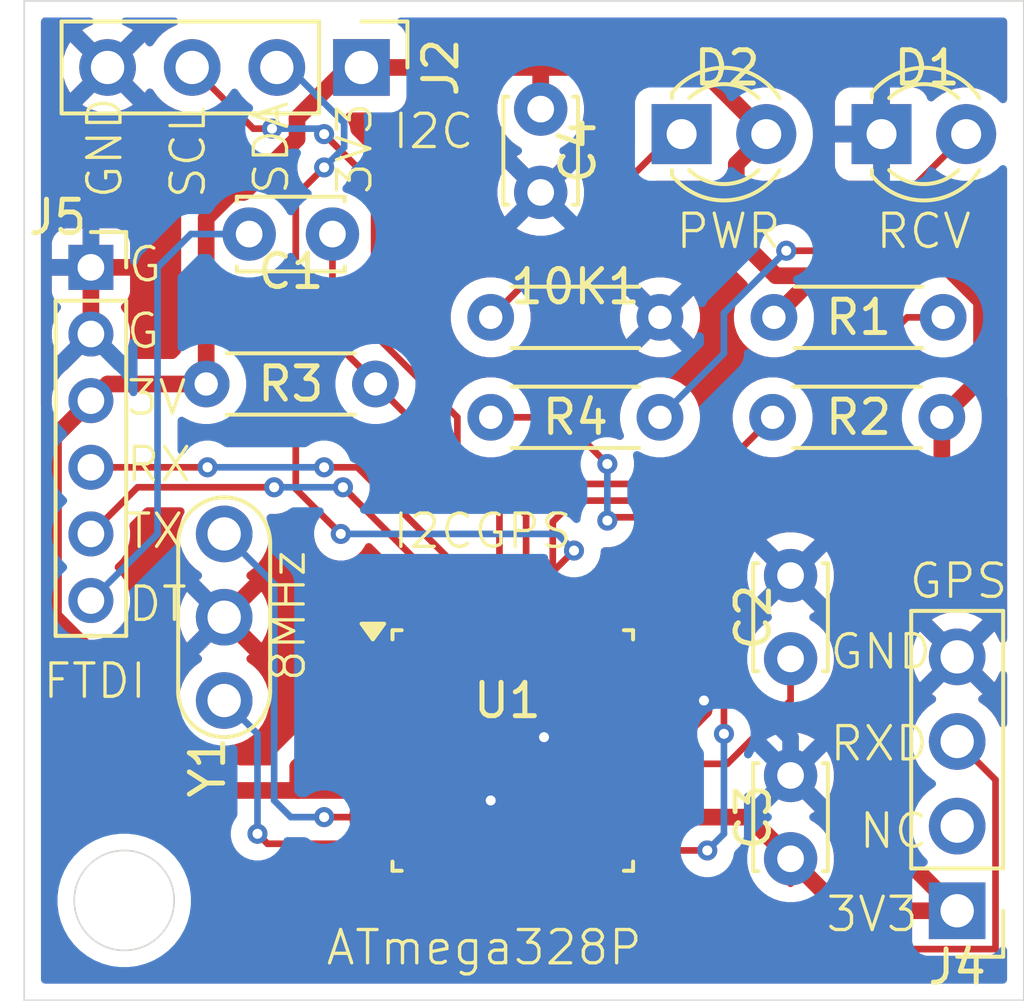
<source format=kicad_pcb>
(kicad_pcb (version 20241229) (generator "pcbnew") (generator_version "9.0")
  (layers (0 "F.Cu" signal) (2 "B.Cu" signal) (13 "F.Paste" user) (15 "B.Paste" user) (5 "F.SilkS" user "F.Silkscreen") (7 "B.SilkS" user "B.Silkscreen") (1 "F.Mask" user) (3 "B.Mask" user) (25 "Edge.Cuts" user))
  (net 0 "")
  (net 1 "Net-(D2-K)")
  (net 2 "GND")
  (net 3 "DTR")
  (net 4 "Net-(U1-~{RESET}{slash}PC6)")
  (net 5 "Net-(U1-AREF)")
  (net 6 "+3V3")
  (net 7 "Net-(D1-A)")
  (net 8 "SCL")
  (net 9 "SDA")
  (net 10 "D10")
  (net 12 "TXO")
  (net 13 "RXI")
  (net 14 "SCK")
  (net 15 "Net-(U1-XTAL1{slash}PB6)")
  (net 31 "Net-(U1-XTAL2{slash}PB7)")
  (footprint "LED_THT:LED_D3.0mm" (layer "F.Cu") (at 115.73 44)
    (property "Reference" "D1" (at 1.36566 -1.987698 0) (layer "F.SilkS"))
    (property "Value" "LED")
    (fp_line (start -0.29 -1.236) (end -0.29 -1.08) (stroke (width 0.12)) (layer "F.SilkS"))
    (fp_line (start -0.29 1.08) (end -0.29 1.236) (stroke (width 0.12)) (layer "F.SilkS"))
    (fp_arc (start -0.29 -1.235516) (mid 1.36566 -1.987699) (end 2.941437 -1.08) (stroke (width 0.12)) (layer "F.SilkS"))
    (fp_arc (start 0.229039 -1.08) (mid 1.27 -1.5) (end 2.310961 -1.08) (stroke (width 0.12)) (layer "F.SilkS"))
    (fp_arc (start 2.310961 1.08) (mid 1.27 1.5) (end 0.229039 1.08) (stroke (width 0.12)) (layer "F.SilkS"))
    (fp_arc (start 2.941437 1.08) (mid 1.36566 1.987699) (end -0.29 1.235516) (stroke (width 0.12)) (layer "F.SilkS"))
    (pad "1" thru_hole rect (at 0 0) (size 1.8 1.8) (drill 0.9) (layers "*.Cu" "*.Mask") (net 2 "GND"))
    (pad "2" thru_hole circle (at 2.54 0) (size 1.8 1.8) (drill 0.9) (layers "*.Cu" "*.Mask") (net 7 "Net-(D1-A)"))
  )
  (footprint "Capacitor_THT:C_Disc_D3.0mm_W2.0mm_P2.50mm" (layer "F.Cu") (at 96.75 47)
    (property "Reference" "C1" (at 1.25 1.12 0) (layer "F.SilkS"))
    (property "Value" "0.1u")
    (fp_line (start -0.37 -1.12) (end 2.87 -1.12) (stroke (width 0.12)) (layer "F.SilkS"))
    (fp_line (start -0.37 -0.972) (end -0.37 -1.12) (stroke (width 0.12)) (layer "F.SilkS"))
    (fp_line (start -0.37 1.12) (end -0.37 0.972) (stroke (width 0.12)) (layer "F.SilkS"))
    (fp_line (start 2.87 -1.12) (end 2.87 -0.972) (stroke (width 0.12)) (layer "F.SilkS"))
    (fp_line (start 2.87 0.972) (end 2.87 1.12) (stroke (width 0.12)) (layer "F.SilkS"))
    (fp_line (start 2.87 1.12) (end -0.37 1.12) (stroke (width 0.12)) (layer "F.SilkS"))
    (pad "1" thru_hole circle (at 0 0) (size 1.6 1.6) (drill 0.8) (layers "*.Cu" "*.Mask") (net 3 "DTR"))
    (pad "2" thru_hole circle (at 2.5 0) (size 1.6 1.6) (drill 0.8) (layers "*.Cu" "*.Mask") (net 4 "Net-(U1-~{RESET}{slash}PC6)"))
  )
  (footprint "Capacitor_THT:C_Disc_D3.0mm_W2.0mm_P2.50mm" (layer "F.Cu") (at 113 65.75 90)
    (property "Reference" "C3" (at 1.25 -1.12 90) (layer "F.SilkS"))
    (property "Value" "0.1u")
    (fp_line (start 2.87 -1.12) (end 2.87 -0.972) (stroke (width 0.12)) (layer "F.SilkS"))
    (fp_line (start -0.37 -1.12) (end 2.87 -1.12) (stroke (width 0.12)) (layer "F.SilkS"))
    (fp_line (start -0.37 -0.972) (end -0.37 -1.12) (stroke (width 0.12)) (layer "F.SilkS"))
    (fp_line (start 2.87 0.972) (end 2.87 1.12) (stroke (width 0.12)) (layer "F.SilkS"))
    (fp_line (start 2.87 1.12) (end -0.37 1.12) (stroke (width 0.12)) (layer "F.SilkS"))
    (fp_line (start -0.37 1.12) (end -0.37 0.972) (stroke (width 0.12)) (layer "F.SilkS"))
    (pad "1" thru_hole circle (at 0 0 90) (size 1.6 1.6) (drill 0.8) (layers "*.Cu" "*.Mask") (net 6 "+3V3"))
    (pad "2" thru_hole circle (at 2.5 0 90) (size 1.6 1.6) (drill 0.8) (layers "*.Cu" "*.Mask") (net 2 "GND"))
  )
  (footprint "Capacitor_THT:C_Disc_D3.0mm_W2.0mm_P2.50mm" (layer "F.Cu") (at 105.5 43.25 -90)
    (property "Reference" "C4" (at 1.25 -1.12 90) (layer "F.SilkS"))
    (property "Value" "10u")
    (fp_line (start -0.37 1.12) (end -0.37 0.972) (stroke (width 0.12)) (layer "F.SilkS"))
    (fp_line (start 2.87 1.12) (end -0.37 1.12) (stroke (width 0.12)) (layer "F.SilkS"))
    (fp_line (start 2.87 0.972) (end 2.87 1.12) (stroke (width 0.12)) (layer "F.SilkS"))
    (fp_line (start -0.37 -0.972) (end -0.37 -1.12) (stroke (width 0.12)) (layer "F.SilkS"))
    (fp_line (start -0.37 -1.12) (end 2.87 -1.12) (stroke (width 0.12)) (layer "F.SilkS"))
    (fp_line (start 2.87 -1.12) (end 2.87 -0.972) (stroke (width 0.12)) (layer "F.SilkS"))
    (pad "1" thru_hole circle (at 0 0 270) (size 1.6 1.6) (drill 0.8) (layers "*.Cu" "*.Mask") (net 6 "+3V3"))
    (pad "2" thru_hole circle (at 2.5 0 270) (size 1.6 1.6) (drill 0.8) (layers "*.Cu" "*.Mask") (net 2 "GND"))
  )
  (footprint "LED_THT:LED_D3.0mm" (layer "F.Cu") (at 109.73 44)
    (property "Reference" "D2" (at 1.365648 -1.987699 0) (layer "F.SilkS"))
    (property "Value" "LED")
    (fp_line (start -0.29 -1.236) (end -0.29 -1.08) (stroke (width 0.12)) (layer "F.SilkS"))
    (fp_line (start -0.29 1.08) (end -0.29 1.236) (stroke (width 0.12)) (layer "F.SilkS"))
    (fp_arc (start -0.29 -1.235516) (mid 1.36566 -1.987699) (end 2.941437 -1.08) (stroke (width 0.12)) (layer "F.SilkS"))
    (fp_arc (start 0.229039 -1.08) (mid 1.27 -1.5) (end 2.310961 -1.08) (stroke (width 0.12)) (layer "F.SilkS"))
    (fp_arc (start 2.310961 1.08) (mid 1.27 1.5) (end 0.229039 1.08) (stroke (width 0.12)) (layer "F.SilkS"))
    (fp_arc (start 2.941437 1.08) (mid 1.36566 1.987699) (end -0.29 1.235516) (stroke (width 0.12)) (layer "F.SilkS"))
    (pad "1" thru_hole rect (at 0 0) (size 1.8 1.8) (drill 0.9) (layers "*.Cu" "*.Mask") (net 1 "Net-(D2-K)"))
    (pad "2" thru_hole circle (at 2.54 0) (size 1.8 1.8) (drill 0.9) (layers "*.Cu" "*.Mask") (net 6 "+3V3"))
  )
  (footprint "Connector_PinSocket_2.00mm:PinSocket_1x06_P2.00mm_Vertical" (layer "F.Cu") (at 92 48)
    (property "Reference" "J5" (at -1 -1.5 0) (layer "F.SilkS"))
    (property "Value" "FTDI")
    (fp_line (start -1.06 1) (end -1.06 11.06) (stroke (width 0.12)) (layer "F.SilkS"))
    (fp_line (start -1.06 1) (end 1.06 1) (stroke (width 0.12)) (layer "F.SilkS"))
    (fp_line (start -1.06 11.06) (end 1.06 11.06) (stroke (width 0.12)) (layer "F.SilkS"))
    (fp_line (start 0 -1.06) (end 1.06 -1.06) (stroke (width 0.12)) (layer "F.SilkS"))
    (fp_line (start 1.06 -1.06) (end 1.06 0) (stroke (width 0.12)) (layer "F.SilkS"))
    (fp_line (start 1.06 1) (end 1.06 11.06) (stroke (width 0.12)) (layer "F.SilkS"))
    (pad "1" thru_hole rect (at 0 0) (size 1.35 1.35) (drill 0.8) (layers "*.Cu" "*.Mask") (net 2 "GND"))
    (pad "2" thru_hole circle (at 0 2) (size 1.35 1.35) (drill 0.8) (layers "*.Cu" "*.Mask") (net 2 "GND"))
    (pad "3" thru_hole circle (at 0 4) (size 1.35 1.35) (drill 0.8) (layers "*.Cu" "*.Mask") (net 6 "+3V3"))
    (pad "4" thru_hole circle (at 0 6) (size 1.35 1.35) (drill 0.8) (layers "*.Cu" "*.Mask") (net 13 "RXI"))
    (pad "5" thru_hole circle (at 0 8) (size 1.35 1.35) (drill 0.8) (layers "*.Cu" "*.Mask") (net 12 "TXO"))
    (pad "6" thru_hole circle (at 0 10) (size 1.35 1.35) (drill 0.8) (layers "*.Cu" "*.Mask") (net 3 "DTR"))
  )
  (footprint "Connector_PinHeader_2.54mm:PinHeader_1x04_P2.54mm_Vertical" (layer "F.Cu") (at 100.12 42 -90)
    (property "Reference" "J2" (at 0 -2.38 90) (layer "F.SilkS"))
    (property "Value" "I2C")
    (fp_line (start -1.38 9) (end 1.38 9) (stroke (width 0.12)) (layer "F.SilkS"))
    (fp_line (start -1.38 1.27) (end -1.38 9) (stroke (width 0.12)) (layer "F.SilkS"))
    (fp_line (start -1.38 1.27) (end 1.38 1.27) (stroke (width 0.12)) (layer "F.SilkS"))
    (fp_line (start 1.38 1.27) (end 1.38 9) (stroke (width 0.12)) (layer "F.SilkS"))
    (fp_line (start -1.38 0) (end -1.38 -1.38) (stroke (width 0.12)) (layer "F.SilkS"))
    (fp_line (start -1.38 -1.38) (end 0 -1.38) (stroke (width 0.12)) (layer "F.SilkS"))
    (pad "1" thru_hole rect (at 0 0 270) (size 1.7 1.7) (drill 1) (layers "*.Cu" "*.Mask") (net 6 "+3V3"))
    (pad "2" thru_hole circle (at 0 2.54 270) (size 1.7 1.7) (drill 1) (layers "*.Cu" "*.Mask") (net 9 "SDA"))
    (pad "3" thru_hole circle (at 0 5.08 270) (size 1.7 1.7) (drill 1) (layers "*.Cu" "*.Mask") (net 8 "SCL"))
    (pad "4" thru_hole circle (at 0 7.62 270) (size 1.7 1.7) (drill 1) (layers "*.Cu" "*.Mask") (net 2 "GND"))
  )
  (footprint "Connector_PinHeader_2.54mm:PinHeader_1x04_P2.54mm_Vertical" (layer "F.Cu") (at 118 67.31 180)
    (property "Reference" "J4" (at 0 -1.69 0) (layer "F.SilkS"))
    (property "Value" "GPS")
    (fp_line (start 1.38 1.27) (end 1.38 9) (stroke (width 0.12)) (layer "F.SilkS"))
    (fp_line (start -1.38 9) (end 1.38 9) (stroke (width 0.12)) (layer "F.SilkS"))
    (fp_line (start -1.38 1.27) (end 1.38 1.27) (stroke (width 0.12)) (layer "F.SilkS"))
    (fp_line (start -1.38 1.27) (end -1.38 9) (stroke (width 0.12)) (layer "F.SilkS"))
    (fp_line (start -1.38 0) (end -1.38 -1.38) (stroke (width 0.12)) (layer "F.SilkS"))
    (fp_line (start -1.38 -1.38) (end 0 -1.38) (stroke (width 0.12)) (layer "F.SilkS"))
    (pad "1" thru_hole rect (at 0 0 180) (size 1.7 1.7) (drill 1) (layers "*.Cu" "*.Mask") (net 6 "+3V3"))
    (pad "2" thru_hole circle (at 0 2.54 180) (size 1.7 1.7) (drill 1) (layers "*.Cu" "*.Mask"))
    (pad "3" thru_hole circle (at 0 5.08 180) (size 1.7 1.7) (drill 1) (layers "*.Cu" "*.Mask") (net 10 "D10"))
    (pad "4" thru_hole circle (at 0 7.62 180) (size 1.7 1.7) (drill 1) (layers "*.Cu" "*.Mask") (net 2 "GND"))
  )
  (footprint "Capacitor_THT:C_Disc_D3.0mm_W2.0mm_P2.50mm" (layer "F.Cu") (at 113 59.75 90)
    (property "Reference" "C2" (at 1.25 -1.12 90) (layer "F.SilkS"))
    (property "Value" "0.1u")
    (fp_line (start 2.87 -1.12) (end 2.87 -0.972) (stroke (width 0.12)) (layer "F.SilkS"))
    (fp_line (start -0.37 -1.12) (end 2.87 -1.12) (stroke (width 0.12)) (layer "F.SilkS"))
    (fp_line (start -0.37 -0.972) (end -0.37 -1.12) (stroke (width 0.12)) (layer "F.SilkS"))
    (fp_line (start 2.87 0.972) (end 2.87 1.12) (stroke (width 0.12)) (layer "F.SilkS"))
    (fp_line (start 2.87 1.12) (end -0.37 1.12) (stroke (width 0.12)) (layer "F.SilkS"))
    (fp_line (start -0.37 1.12) (end -0.37 0.972) (stroke (width 0.12)) (layer "F.SilkS"))
    (pad "1" thru_hole circle (at 0 0 90) (size 1.6 1.6) (drill 0.8) (layers "*.Cu" "*.Mask") (net 5 "Net-(U1-AREF)"))
    (pad "2" thru_hole circle (at 2.5 0 90) (size 1.6 1.6) (drill 0.8) (layers "*.Cu" "*.Mask") (net 2 "GND"))
  )
  (footprint "Package_QFP:TQFP-32_7x7mm_P0.8mm" (layer "F.Cu") (at 104.6625 62.5)
    (property "Reference" "U1" (at -0.1625 -1.5 0) (layer "F.SilkS"))
    (property "Value" "ATmega328P-A")
    (fp_line (start -3.61 -3.61) (end -3.61 -3.335) (stroke (width 0.12)) (layer "F.SilkS"))
    (fp_line (start -3.61 3.61) (end -3.61 3.335) (stroke (width 0.12)) (layer "F.SilkS"))
    (fp_line (start -3.335 -3.61) (end -3.61 -3.61) (stroke (width 0.12)) (layer "F.SilkS"))
    (fp_line (start -3.335 3.61) (end -3.61 3.61) (stroke (width 0.12)) (layer "F.SilkS"))
    (fp_line (start 3.335 -3.61) (end 3.61 -3.61) (stroke (width 0.12)) (layer "F.SilkS"))
    (fp_line (start 3.335 3.61) (end 3.61 3.61) (stroke (width 0.12)) (layer "F.SilkS"))
    (fp_line (start 3.61 -3.61) (end 3.61 -3.335) (stroke (width 0.12)) (layer "F.SilkS"))
    (fp_line (start 3.61 3.61) (end 3.61 3.335) (stroke (width 0.12)) (layer "F.SilkS"))
    (fp_poly (pts (xy -4.2 -3.335) (xy -4.54 -3.805) (xy -3.86 -3.805)) (stroke (width 0.12)) (fill yes) (layer "F.SilkS"))
    (pad "1" smd roundrect (at -4.1625 -2.8) (size 1.475 0.55) (layers "F.Cu" "F.Mask" "F.Paste"))
    (pad "2" smd roundrect (at -4.1625 -2) (size 1.475 0.55) (layers "F.Cu" "F.Mask" "F.Paste"))
    (pad "3" smd roundrect (at -4.1625 -1.2) (size 1.475 0.55) (layers "F.Cu" "F.Mask" "F.Paste") (net 2 "GND"))
    (pad "4" smd roundrect (at -4.1625 -0.4) (size 1.475 0.55) (layers "F.Cu" "F.Mask" "F.Paste") (net 6 "+3V3"))
    (pad "5" smd roundrect (at -4.1625 0.4) (size 1.475 0.55) (layers "F.Cu" "F.Mask" "F.Paste") (net 2 "GND"))
    (pad "6" smd roundrect (at -4.1625 1.2) (size 1.475 0.55) (layers "F.Cu" "F.Mask" "F.Paste") (net 6 "+3V3"))
    (pad "7" smd roundrect (at -4.1625 2) (size 1.475 0.55) (layers "F.Cu" "F.Mask" "F.Paste") (net 15 "Net-(U1-XTAL1{slash}PB6)"))
    (pad "8" smd roundrect (at -4.1625 2.8) (size 1.475 0.55) (layers "F.Cu" "F.Mask" "F.Paste") (net 31 "Net-(U1-XTAL2{slash}PB7)"))
    (pad "9" smd roundrect (at -2.8 4.1625) (size 0.55 1.475) (layers "F.Cu" "F.Mask" "F.Paste"))
    (pad "10" smd roundrect (at -2 4.1625) (size 0.55 1.475) (layers "F.Cu" "F.Mask" "F.Paste"))
    (pad "11" smd roundrect (at -1.2 4.1625) (size 0.55 1.475) (layers "F.Cu" "F.Mask" "F.Paste"))
    (pad "12" smd roundrect (at -0.4 4.1625) (size 0.55 1.475) (layers "F.Cu" "F.Mask" "F.Paste"))
    (pad "13" smd roundrect (at 0.4 4.1625) (size 0.55 1.475) (layers "F.Cu" "F.Mask" "F.Paste"))
    (pad "14" smd roundrect (at 1.2 4.1625) (size 0.55 1.475) (layers "F.Cu" "F.Mask" "F.Paste") (net 10 "D10"))
    (pad "15" smd roundrect (at 2 4.1625) (size 0.55 1.475) (layers "F.Cu" "F.Mask" "F.Paste"))
    (pad "16" smd roundrect (at 2.8 4.1625) (size 0.55 1.475) (layers "F.Cu" "F.Mask" "F.Paste"))
    (pad "17" smd roundrect (at 4.1625 2.8) (size 1.475 0.55) (layers "F.Cu" "F.Mask" "F.Paste") (net 14 "SCK"))
    (pad "18" smd roundrect (at 4.1625 2) (size 1.475 0.55) (layers "F.Cu" "F.Mask" "F.Paste") (net 6 "+3V3"))
    (pad "19" smd roundrect (at 4.1625 1.2) (size 1.475 0.55) (layers "F.Cu" "F.Mask" "F.Paste"))
    (pad "20" smd roundrect (at 4.1625 0.4) (size 1.475 0.55) (layers "F.Cu" "F.Mask" "F.Paste") (net 5 "Net-(U1-AREF)"))
    (pad "21" smd roundrect (at 4.1625 -0.4) (size 1.475 0.55) (layers "F.Cu" "F.Mask" "F.Paste") (net 2 "GND"))
    (pad "22" smd roundrect (at 4.1625 -1.2) (size 1.475 0.55) (layers "F.Cu" "F.Mask" "F.Paste"))
    (pad "23" smd roundrect (at 4.1625 -2) (size 1.475 0.55) (layers "F.Cu" "F.Mask" "F.Paste"))
    (pad "24" smd roundrect (at 4.1625 -2.8) (size 1.475 0.55) (layers "F.Cu" "F.Mask" "F.Paste"))
    (pad "25" smd roundrect (at 2.8 -4.1625) (size 0.55 1.475) (layers "F.Cu" "F.Mask" "F.Paste"))
    (pad "26" smd roundrect (at 2 -4.1625) (size 0.55 1.475) (layers "F.Cu" "F.Mask" "F.Paste"))
    (pad "27" smd roundrect (at 1.2 -4.1625) (size 0.55 1.475) (layers "F.Cu" "F.Mask" "F.Paste") (net 9 "SDA"))
    (pad "28" smd roundrect (at 0.4 -4.1625) (size 0.55 1.475) (layers "F.Cu" "F.Mask" "F.Paste") (net 8 "SCL"))
    (pad "29" smd roundrect (at -0.4 -4.1625) (size 0.55 1.475) (layers "F.Cu" "F.Mask" "F.Paste") (net 4 "Net-(U1-~{RESET}{slash}PC6)"))
    (pad "30" smd roundrect (at -1.2 -4.1625) (size 0.55 1.475) (layers "F.Cu" "F.Mask" "F.Paste") (net 13 "RXI"))
    (pad "31" smd roundrect (at -2 -4.1625) (size 0.55 1.475) (layers "F.Cu" "F.Mask" "F.Paste") (net 12 "TXO"))
    (pad "32" smd roundrect (at -2.8 -4.1625) (size 0.55 1.475) (layers "F.Cu" "F.Mask" "F.Paste"))
  )
  (footprint "Resistor_THT:R_Axial_DIN0204_L3.6mm_D1.6mm_P5.08mm_Horizontal" (layer "F.Cu") (at 112.5 49.5)
    (property "Reference" "R1" (at 2.54 0 0) (layer "F.SilkS"))
    (property "Value" "10K")
    (fp_line (start 0.62 -0.92) (end 4.46 -0.92) (stroke (width 0.12)) (layer "F.SilkS"))
    (fp_line (start 0.62 0.92) (end 4.46 0.92) (stroke (width 0.12)) (layer "F.SilkS"))
    (pad "1" thru_hole circle (at 0 0) (size 1.4 1.4) (drill 0.7) (layers "*.Cu" "*.Mask") (net 6 "+3V3"))
    (pad "2" thru_hole circle (at 5.08 0) (size 1.4 1.4) (drill 0.7) (layers "*.Cu" "*.Mask") (net 9 "SDA"))
  )
  (footprint "Resistor_THT:R_Axial_DIN0204_L3.6mm_D1.6mm_P5.08mm_Horizontal" (layer "F.Cu") (at 95.46 51.5)
    (property "Reference" "R3" (at 2.54 0 0) (layer "F.SilkS"))
    (property "Value" "10K")
    (fp_line (start 0.62 -0.92) (end 4.46 -0.92) (stroke (width 0.12)) (layer "F.SilkS"))
    (fp_line (start 0.62 0.92) (end 4.46 0.92) (stroke (width 0.12)) (layer "F.SilkS"))
    (pad "1" thru_hole circle (at 0 0) (size 1.4 1.4) (drill 0.7) (layers "*.Cu" "*.Mask") (net 6 "+3V3"))
    (pad "2" thru_hole circle (at 5.08 0) (size 1.4 1.4) (drill 0.7) (layers "*.Cu" "*.Mask") (net 4 "Net-(U1-~{RESET}{slash}PC6)"))
  )
  (footprint "Resistor_THT:R_Axial_DIN0204_L3.6mm_D1.6mm_P5.08mm_Horizontal" (layer "F.Cu") (at 104 52.5)
    (property "Reference" "R4" (at 2.54 0 0) (layer "F.SilkS"))
    (property "Value" "330")
    (fp_line (start 0.62 -0.92) (end 4.46 -0.92) (stroke (width 0.12)) (layer "F.SilkS"))
    (fp_line (start 0.62 0.92) (end 4.46 0.92) (stroke (width 0.12)) (layer "F.SilkS"))
    (pad "1" thru_hole circle (at 0 0) (size 1.4 1.4) (drill 0.7) (layers "*.Cu" "*.Mask") (net 14 "SCK"))
    (pad "2" thru_hole circle (at 5.08 0) (size 1.4 1.4) (drill 0.7) (layers "*.Cu" "*.Mask") (net 7 "Net-(D1-A)"))
  )
  (footprint "Resistor_THT:R_Axial_DIN0204_L3.6mm_D1.6mm_P5.08mm_Horizontal" (layer "F.Cu") (at 104 49.5)
    (property "Reference" "10K1" (at 2.54 -0.92 0) (layer "F.SilkS"))
    (property "Value" "R")
    (fp_line (start 0.62 -0.92) (end 4.46 -0.92) (stroke (width 0.12)) (layer "F.SilkS"))
    (fp_line (start 0.62 0.92) (end 4.46 0.92) (stroke (width 0.12)) (layer "F.SilkS"))
    (pad "1" thru_hole circle (at 0 0) (size 1.4 1.4) (drill 0.7) (layers "*.Cu" "*.Mask") (net 1 "Net-(D2-K)"))
    (pad "2" thru_hole circle (at 5.08 0) (size 1.4 1.4) (drill 0.7) (layers "*.Cu" "*.Mask") (net 2 "GND"))
  )
  (footprint "Resistor_THT:R_Axial_DIN0204_L3.6mm_D1.6mm_P5.08mm_Horizontal" (layer "F.Cu") (at 112.46 52.5)
    (property "Reference" "R2" (at 2.58 0 0) (layer "F.SilkS"))
    (property "Value" "10K")
    (fp_line (start 0.62 -0.92) (end 4.46 -0.92) (stroke (width 0.12)) (layer "F.SilkS"))
    (fp_line (start 0.62 0.92) (end 4.46 0.92) (stroke (width 0.12)) (layer "F.SilkS"))
    (pad "1" thru_hole circle (at 0 0) (size 1.4 1.4) (drill 0.7) (layers "*.Cu" "*.Mask") (net 8 "SCL"))
    (pad "2" thru_hole circle (at 5.08 0) (size 1.4 1.4) (drill 0.7) (layers "*.Cu" "*.Mask") (net 6 "+3V3"))
  )
  (footprint "Crystal:Resonator_Murata_DSN6-3Pin_W7.0mm_H2.5mm" (layer "F.Cu") (at 96 61 90)
    (property "Reference" "Y1" (at -2 -0.5 90) (layer "F.SilkS"))
    (property "Value" "8MHz")
    (fp_line (start 0.27 -1.38) (end 4.73 -1.38) (stroke (width 0.12)) (layer "F.SilkS"))
    (fp_line (start 4.73 1.38) (end 0.27 1.38) (stroke (width 0.12)) (layer "F.SilkS"))
    (fp_arc (start 4.73 -1.38) (mid 6.11 0) (end 4.73 1.38) (stroke (width 0.12)) (layer "F.SilkS"))
    (fp_arc (start 0.27 1.38) (mid -1.11 0) (end 0.27 -1.38) (stroke (width 0.12)) (layer "F.SilkS"))
    (pad "1" thru_hole circle (at 0 0 90) (size 1.7 1.7) (drill 1) (layers "*.Cu" "*.Mask") (net 31 "Net-(U1-XTAL2{slash}PB7)"))
    (pad "2" thru_hole circle (at 2.5 0 90) (size 1.7 1.7) (drill 1) (layers "*.Cu" "*.Mask") (net 2 "GND"))
    (pad "3" thru_hole circle (at 5 0 90) (size 1.7 1.7) (drill 1) (layers "*.Cu" "*.Mask") (net 15 "Net-(U1-XTAL1{slash}PB6)"))
  )
  (gr_line (start 90 40) (end 90 70) (stroke (width 0.05)) (layer "Edge.Cuts"))
  (gr_line (start 120 70) (end 120 40) (stroke (width 0.05)) (layer "Edge.Cuts"))
  (gr_line (start 90 40) (end 120 40) (stroke (width 0.05)) (layer "Edge.Cuts"))
  (gr_line (start 90 70) (end 120 70) (stroke (width 0.05)) (layer "Edge.Cuts"))
  (gr_circle (center 93 67) (end 93 68.5) (stroke (width 0.05)) (fill no) (layer "Edge.Cuts"))
  (gr_text "G" (at 93.06 48.5 0) (layer "F.SilkS") (effects (font (size 1 1) (thickness 0.1)) (justify left bottom)))
  (gr_text "DT" (at 93.06 58.690699 0) (layer "F.SilkS") (effects (font (size 1 1) (thickness 0.1)) (justify left bottom)))
  (gr_text "GPS" (at 116.5 58 0) (layer "F.SilkS") (effects (font (size 1 1) (thickness 0.1)) (justify left bottom)))
  (gr_text "GND" (at 114.12 60.12 0) (layer "F.SilkS") (effects (font (size 1 1) (thickness 0.1)) (justify left bottom)))
  (gr_text "I2CGPS" (at 101 56.5 0) (layer "F.SilkS") (effects (font (size 1 1) (thickness 0.1)) (justify left bottom)))
  (gr_text "RCV" (at 115.5 47.5 0) (layer "F.SilkS") (effects (font (size 1 1) (thickness 0.1)) (justify left bottom)))
  (gr_text "RXD" (at 114.12 62.88 0) (layer "F.SilkS") (effects (font (size 1 1) (thickness 0.1)) (justify left bottom)))
  (gr_text "FTDI" (at 90.5 61 0) (layer "F.SilkS") (effects (font (size 1 1) (thickness 0.1)) (justify left bottom)))
  (gr_text "I2C" (at 101 44.5 0) (layer "F.SilkS") (effects (font (size 1 1) (thickness 0.1)) (justify left bottom)))
  (gr_text "3V3" (at 114 68 0) (layer "F.SilkS") (effects (font (size 1 1) (thickness 0.1)) (justify left bottom)))
  (gr_text "8MHz" (at 98.5 60.5 90) (layer "F.SilkS") (effects (font (size 1 1) (thickness 0.1)) (justify left bottom)))
  (gr_text "SCL" (at 95.5 46 90) (layer "F.SilkS") (effects (font (size 1 1) (thickness 0.1)) (justify left bottom)))
  (gr_text "RX" (at 93 54.5 0) (layer "F.SilkS") (effects (font (size 1 1) (thickness 0.1)) (justify left bottom)))
  (gr_text "TX" (at 93 56.5 0) (layer "F.SilkS") (effects (font (size 1 1) (thickness 0.1)) (justify left bottom)))
  (gr_text "GND" (at 93 46 90) (layer "F.SilkS") (effects (font (size 1 1) (thickness 0.1)) (justify left bottom)))
  (gr_text "NC" (at 115 65.5 0) (layer "F.SilkS") (effects (font (size 1 1) (thickness 0.1)) (justify left bottom)))
  (gr_text "SDA" (at 98 45.88 90) (layer "F.SilkS") (effects (font (size 1 1) (thickness 0.1)) (justify left bottom)))
  (gr_text "G" (at 93 50.5 0) (layer "F.SilkS") (effects (font (size 1 1) (thickness 0.1)) (justify left bottom)))
  (gr_text "3V" (at 93 52.5 0) (layer "F.SilkS") (effects (font (size 1 1) (thickness 0.1)) (justify left bottom)))
  (gr_text "3V3" (at 100.5 45.88 90) (layer "F.SilkS") (effects (font (size 1 1) (thickness 0.1)) (justify left bottom)))
  (gr_text "ATmega328P" (at 99 69 0) (layer "F.SilkS") (effects (font (size 1 1) (thickness 0.1)) (justify left bottom)))
  (gr_text "PWR" (at 109.5 47.5 0) (layer "F.SilkS") (effects (font (size 1 1) (thickness 0.1)) (justify left bottom)))
  (segment (start 109.73 44) (end 109.5 44) (width 0.2) (layer "F.Cu") (net 1))
  (segment (start 109.5 44) (end 104 49.5) (width 0.2) (layer "F.Cu") (net 1))
  (segment (start 102.9 62.9) (end 104 64) (width 0.5) (layer "F.Cu") (net 2))
  (segment (start 109.598576 62.1) (end 108.825 62.1) (width 0.5) (layer "F.Cu") (net 2))
  (segment (start 100.5 61.3) (end 98.8 61.3) (width 0.5) (layer "F.Cu") (net 2))
  (segment (start 92 50) (end 92 48) (width 0.5) (layer "F.Cu") (net 2))
  (segment (start 98.8 61.3) (end 96 58.5) (width 0.5) (layer "F.Cu") (net 2))
  (segment (start 110.4 61) (end 110.4 61.298576) (width 0.5) (layer "F.Cu") (net 2))
  (segment (start 104.8 61.3) (end 100.5 61.3) (width 0.5) (layer "F.Cu") (net 2))
  (segment (start 110.4 61.298576) (end 109.598576 62.1) (width 0.5) (layer "F.Cu") (net 2))
  (segment (start 100.5 62.9) (end 102.9 62.9) (width 0.5) (layer "F.Cu") (net 2))
  (segment (start 108.825 62.1) (end 105.6 62.1) (width 0.5) (layer "F.Cu") (net 2))
  (segment (start 105.6 62.1) (end 104.8 61.3) (width 0.5) (layer "F.Cu") (net 2))
  (via (at 104 64) (size 0.6) (drill 0.3) (layers "F.Cu" "B.Cu") (net 2))
  (via (at 110.4 61) (size 0.6) (drill 0.3) (layers "F.Cu" "B.Cu") (net 2))
  (via (at 105.6 62.1) (size 0.6) (drill 0.3) (layers "F.Cu" "B.Cu") (net 2))
  (segment (start 113 62.11863) (end 111.88137 61) (width 0.5) (layer "B.Cu") (net 2))
  (segment (start 104 64) (end 104 63.7) (width 0.5) (layer "B.Cu") (net 2))
  (segment (start 113 63.25) (end 113 62.11863) (width 0.5) (layer "B.Cu") (net 2))
  (segment (start 111.88137 61) (end 110.4 61) (width 0.5) (layer "B.Cu") (net 2))
  (segment (start 104 63.7) (end 105.6 62.1) (width 0.5) (layer "B.Cu") (net 2))
  (segment (start 94 56) (end 92 58) (width 0.2) (layer "B.Cu") (net 3))
  (segment (start 94 48) (end 94 56) (width 0.2) (layer "B.Cu") (net 3))
  (segment (start 96.75 47) (end 95 47) (width 0.2) (layer "B.Cu") (net 3))
  (segment (start 95 47) (end 94 48) (width 0.2) (layer "B.Cu") (net 3))
  (segment (start 99.25 50.17) (end 99.25 47) (width 0.2) (layer "F.Cu") (net 4))
  (segment (start 104.2625 55.2225) (end 104.2625 58.3375) (width 0.2) (layer "F.Cu") (net 4))
  (segment (start 100.54 51.5) (end 100.54 51.46) (width 0.2) (layer "F.Cu") (net 4))
  (segment (start 100.54 51.46) (end 99.25 50.17) (width 0.2) (layer "F.Cu") (net 4))
  (segment (start 100.54 51.5) (end 104.2625 55.2225) (width 0.2) (layer "F.Cu") (net 4))
  (segment (start 113 61) (end 111.1 62.9) (width 0.2) (layer "F.Cu") (net 5))
  (segment (start 111.1 62.9) (end 108.825 62.9) (width 0.2) (layer "F.Cu") (net 5))
  (segment (start 113 59.75) (end 113 61) (width 0.2) (layer "F.Cu") (net 5))
  (segment (start 96.107594 63.7) (end 90.874 58.466405) (width 0.5) (layer "F.Cu") (net 6))
  (segment (start 113.749 48.251) (end 112.558925 48.251) (width 0.5) (layer "F.Cu") (net 6))
  (segment (start 111.37 47.062075) (end 111.37 44.9) (width 0.5) (layer "F.Cu") (net 6))
  (segment (start 98.186735 43.52466) (end 98.186735 44.14681) (width 0.5) (layer "F.Cu") (net 6))
  (segment (start 113.949 48.051) (end 112.5 49.5) (width 0.5) (layer "F.Cu") (net 6))
  (segment (start 116 56) (end 117.54 54.46) (width 0.5) (layer "F.Cu") (net 6))
  (segment (start 111.75 64.5) (end 113 65.75) (width 0.5) (layer "F.Cu") (net 6))
  (segment (start 98.207595 63.7) (end 96.107594 63.7) (width 0.5) (layer "F.Cu") (net 6))
  (segment (start 106.5 64.5) (end 108.825 64.5) (width 0.5) (layer "F.Cu") (net 6))
  (segment (start 100.12 42) (end 99.711395 42) (width 0.5) (layer "F.Cu") (net 6))
  (segment (start 113.949 48.051) (end 113.749 48.251) (width 0.5) (layer "F.Cu") (net 6))
  (segment (start 98.186735 44.14681) (end 96.584545 45.749) (width 0.5) (layer "F.Cu") (net 6))
  (segment (start 92.5 51.5) (end 92 52) (width 0.5) (layer "F.Cu") (net 6))
  (segment (start 114.56 67.31) (end 118 67.31) (width 0.5) (layer "F.Cu") (net 6))
  (segment (start 110.27 42) (end 105.5 42) (width 0.5) (layer "F.Cu") (net 6))
  (segment (start 112.27 49.27) (end 112.5 49.5) (width 0.2) (layer "F.Cu") (net 6))
  (segment (start 118.731 49.02324) (end 117.75876 48.051) (width 0.5) (layer "F.Cu") (net 6))
  (segment (start 98.207595 63.7) (end 98.207595 62.992405) (width 0.5) (layer "F.Cu") (net 6))
  (segment (start 99.1 62.1) (end 104.1 62.1) (width 0.5) (layer "F.Cu") (net 6))
  (segment (start 117.54 52.5) (end 118.731 51.309) (width 0.5) (layer "F.Cu") (net 6))
  (segment (start 112.27 44) (end 110.27 42) (width 0.5) (layer "F.Cu") (net 6))
  (segment (start 104.1 62.1) (end 106.5 64.5) (width 0.5) (layer "F.Cu") (net 6))
  (segment (start 117.75876 48.051) (end 113.949 48.051) (width 0.5) (layer "F.Cu") (net 6))
  (segment (start 118.731 51.309) (end 118.731 49.02324) (width 0.5) (layer "F.Cu") (net 6))
  (segment (start 91.024 58.524) (end 91.024 52.976) (width 0.2) (layer "F.Cu") (net 6))
  (segment (start 100.5 62.1) (end 101.061444 62.1) (width 0.2) (layer "F.Cu") (net 6))
  (segment (start 105.5 42) (end 100.12 42) (width 0.5) (layer "F.Cu") (net 6))
  (segment (start 99.1 62.1) (end 100.5 62.1) (width 0.5) (layer "F.Cu") (net 6))
  (segment (start 111.75 64.5) (end 114.56 67.31) (width 0.5) (layer "F.Cu") (net 6))
  (segment (start 95.46 46.520818) (end 95.46 51.5) (width 0.5) (layer "F.Cu") (net 6))
  (segment (start 99.711395 42) (end 98.186735 43.52466) (width 0.5) (layer "F.Cu") (net 6))
  (segment (start 111.37 44.9) (end 112.27 44) (width 0.5) (layer "F.Cu") (net 6))
  (segment (start 113 66.5) (end 113 65.75) (width 0.2) (layer "F.Cu") (net 6))
  (segment (start 118 67.31) (end 116 65.31) (width 0.5) (layer "F.Cu") (net 6))
  (segment (start 112.558925 48.251) (end 111.37 47.062075) (width 0.5) (layer "F.Cu") (net 6))
  (segment (start 98.207595 62.992405) (end 99.1 62.1) (width 0.5) (layer "F.Cu") (net 6))
  (segment (start 95.46 51.5) (end 92.5 51.5) (width 0.5) (layer "F.Cu") (net 6))
  (segment (start 90.874 58.466405) (end 90.874 53.126) (width 0.5) (layer "F.Cu") (net 6))
  (segment (start 98.207595 63.7) (end 100.5 63.7) (width 0.5) (layer "F.Cu") (net 6))
  (segment (start 105.5 43.25) (end 105.5 42) (width 0.5) (layer "F.Cu") (net 6))
  (segment (start 108.825 64.5) (end 111.75 64.5) (width 0.5) (layer "F.Cu") (net 6))
  (segment (start 116 65.31) (end 116 56) (width 0.5) (layer "F.Cu") (net 6))
  (segment (start 96.231818 45.749) (end 95.46 46.520818) (width 0.5) (layer "F.Cu") (net 6))
  (segment (start 96.584545 45.749) (end 96.231818 45.749) (width 0.5) (layer "F.Cu") (net 6))
  (segment (start 90.874 53.126) (end 92 52) (width 0.5) (layer "F.Cu") (net 6))
  (segment (start 117.54 54.46) (end 117.54 52.5) (width 0.5) (layer "F.Cu") (net 6))
  (segment (start 118.27 44) (end 114.77 47.5) (width 0.2) (layer "F.Cu") (net 7))
  (segment (start 114.77 47.5) (end 112.87 47.5) (width 0.2) (layer "F.Cu") (net 7))
  (via (at 112.87 47.5) (size 0.6) (drill 0.3) (layers "F.Cu" "B.Cu") (net 7))
  (segment (start 112.87 47.5) (end 111 49.37) (width 0.2) (layer "B.Cu") (net 7))
  (segment (start 111 50.58) (end 109.08 52.5) (width 0.2) (layer "B.Cu") (net 7))
  (segment (start 111 49.37) (end 111 50.58) (width 0.2) (layer "B.Cu") (net 7))
  (segment (start 102.999 52.499) (end 102.999 53.374) (width 0.2) (layer "F.Cu") (net 8))
  (segment (start 99 44) (end 100.5 45.5) (width 0.2) (layer "F.Cu") (net 8))
  (segment (start 96.875735 43.835735) (end 97.435735 43.835735) (width 0.2) (layer "F.Cu") (net 8))
  (segment (start 95.04 42) (end 96.875735 43.835735) (width 0.2) (layer "F.Cu") (net 8))
  (segment (start 110.46 54.5) (end 106 54.5) (width 0.2) (layer "F.Cu") (net 8))
  (segment (start 102.999 53.374) (end 105.0625 55.4375) (width 0.2) (layer "F.Cu") (net 8))
  (segment (start 105.0625 55.4375) (end 105.0625 58.3375) (width 0.2) (layer "F.Cu") (net 8))
  (segment (start 100.5 45.5) (end 100.5 50) (width 0.2) (layer "F.Cu") (net 8))
  (segment (start 112.46 52.5) (end 110.46 54.5) (width 0.2) (layer "F.Cu") (net 8))
  (segment (start 106 54.5) (end 105.0625 55.4375) (width 0.2) (layer "F.Cu") (net 8))
  (segment (start 100.5 50) (end 102.999 52.499) (width 0.2) (layer "F.Cu") (net 8))
  (via (at 99 44) (size 0.6) (drill 0.3) (layers "F.Cu" "B.Cu") (net 8))
  (via (at 97.435735 43.835735) (size 0.6) (drill 0.3) (layers "F.Cu" "B.Cu") (net 8))
  (segment (start 98.835735 43.835735) (end 99 44) (width 0.2) (layer "B.Cu") (net 8))
  (segment (start 97.435735 43.835735) (end 98.835735 43.835735) (width 0.2) (layer "B.Cu") (net 8))
  (segment (start 116.5 49.5) (end 116 50) (width 0.2) (layer "F.Cu") (net 9))
  (segment (start 116 50) (end 116 54.5) (width 0.2) (layer "F.Cu") (net 9))
  (segment (start 98.149 54.649) (end 98.149 45.851) (width 0.2) (layer "F.Cu") (net 9))
  (segment (start 115.5 55) (end 106.5 55) (width 0.2) (layer "F.Cu") (net 9))
  (segment (start 105.8625 58.3375) (end 105.8625 57.1375) (width 0.2) (layer "F.Cu") (net 9))
  (segment (start 117.58 49.5) (end 116.5 49.5) (width 0.2) (layer "F.Cu") (net 9))
  (segment (start 106.5 55) (end 105.8625 55.6375) (width 0.2) (layer "F.Cu") (net 9))
  (segment (start 116 54.5) (end 115.5 55) (width 0.2) (layer "F.Cu") (net 9))
  (segment (start 105.8625 58.3375) (end 105.8625 55.6375) (width 0.2) (layer "F.Cu") (net 9))
  (segment (start 99.5 56) (end 98.149 54.649) (width 0.2) (layer "F.Cu") (net 9))
  (segment (start 105.8625 57.1375) (end 106.5 56.5) (width 0.2) (layer "F.Cu") (net 9))
  (segment (start 98.149 45.851) (end 99 45) (width 0.2) (layer "F.Cu") (net 9))
  (via (at 99.5 56) (size 0.6) (drill 0.3) (layers "F.Cu" "B.Cu") (net 9))
  (via (at 106.5 56.5) (size 0.6) (drill 0.3) (layers "F.Cu" "B.Cu") (net 9))
  (via (at 99 45) (size 0.6) (drill 0.3) (layers "F.Cu" "B.Cu") (net 9))
  (segment (start 99.601 44.399) (end 99.601 43.663) (width 0.2) (layer "B.Cu") (net 9))
  (segment (start 99.601 43.663) (end 97.938 42) (width 0.2) (layer "B.Cu") (net 9))
  (segment (start 99 45) (end 99.601 44.399) (width 0.2) (layer "B.Cu") (net 9))
  (segment (start 106 56) (end 99.5 56) (width 0.2) (layer "B.Cu") (net 9))
  (segment (start 97.938 42) (end 97.58 42) (width 0.2) (layer "B.Cu") (net 9))
  (segment (start 106.5 56.5) (end 106 56) (width 0.2) (layer "B.Cu") (net 9))
  (segment (start 107.099556 68.461) (end 105.8625 67.223944) (width 0.2) (layer "F.Cu") (net 10))
  (segment (start 119.151 63.381) (end 119.151 68.461) (width 0.2) (layer "F.Cu") (net 10))
  (segment (start 105.8625 67.223944) (end 105.8625 66.6625) (width 0.2) (layer "F.Cu") (net 10))
  (segment (start 119.151 68.461) (end 107.099556 68.461) (width 0.2) (layer "F.Cu") (net 10))
  (segment (start 118 62.23) (end 119.151 63.381) (width 0.2) (layer "F.Cu") (net 10))
  (segment (start 99.565687 54.6) (end 102.6625 57.696813) (width 0.2) (layer "F.Cu") (net 12))
  (segment (start 102.6625 57.696813) (end 102.6625 58.3375) (width 0.2) (layer "F.Cu") (net 12))
  (segment (start 93.4 54.6) (end 97.5 54.6) (width 0.2) (layer "F.Cu") (net 12))
  (segment (start 92 56) (end 93.4 54.6) (width 0.2) (layer "F.Cu") (net 12))
  (via (at 99.565687 54.6) (size 0.6) (drill 0.3) (layers "F.Cu" "B.Cu") (net 12))
  (via (at 97.5 54.6) (size 0.6) (drill 0.3) (layers "F.Cu" "B.Cu") (net 12))
  (segment (start 97.5 54.6) (end 99.565687 54.6) (width 0.2) (layer "B.Cu") (net 12))
  (segment (start 92 54) (end 95.5 54) (width 0.2) (layer "F.Cu") (net 13))
  (segment (start 103.4625 57.4625) (end 100 54) (width 0.2) (layer "F.Cu") (net 13))
  (segment (start 100 54) (end 99 54) (width 0.2) (layer "F.Cu") (net 13))
  (segment (start 103.4625 58.3375) (end 103.4625 57.4625) (width 0.2) (layer "F.Cu") (net 13))
  (via (at 95.5 54) (size 0.6) (drill 0.3) (layers "F.Cu" "B.Cu") (net 13))
  (via (at 99 54) (size 0.6) (drill 0.3) (layers "F.Cu" "B.Cu") (net 13))
  (segment (start 99 54) (end 95.5 54) (width 0.2) (layer "B.Cu") (net 13))
  (segment (start 110.5 65.5) (end 109.025 65.5) (width 0.2) (layer "F.Cu") (net 14))
  (segment (start 106.1 52.5) (end 107.5 53.9) (width 0.2) (layer "F.Cu") (net 14))
  (segment (start 111 56.5) (end 111 62) (width 0.2) (layer "F.Cu") (net 14))
  (segment (start 110 55.5) (end 111 56.5) (width 0.2) (layer "F.Cu") (net 14))
  (segment (start 107.6 55.5) (end 110 55.5) (width 0.2) (layer "F.Cu") (net 14))
  (segment (start 109.025 65.5) (end 108.825 65.3) (width 0.2) (layer "F.Cu") (net 14))
  (segment (start 107.5 55.6) (end 107.6 55.5) (width 0.2) (layer "F.Cu") (net 14))
  (segment (start 104 52.5) (end 106.1 52.5) (width 0.2) (layer "F.Cu") (net 14))
  (via (at 111 62) (size 0.6) (drill 0.3) (layers "F.Cu" "B.Cu") (net 14))
  (via (at 107.5 53.9) (size 0.6) (drill 0.3) (layers "F.Cu" "B.Cu") (net 14))
  (via (at 107.5 55.6) (size 0.6) (drill 0.3) (layers "F.Cu" "B.Cu") (net 14))
  (via (at 110.5 65.5) (size 0.6) (drill 0.3) (layers "F.Cu" "B.Cu") (net 14))
  (segment (start 111 62) (end 111 65) (width 0.2) (layer "B.Cu") (net 14))
  (segment (start 107.5 53.9) (end 107.5 55.6) (width 0.2) (layer "B.Cu") (net 14))
  (segment (start 111 65) (end 110.5 65.5) (width 0.2) (layer "B.Cu") (net 14))
  (segment (start 99 64.5) (end 100.5 64.5) (width 0.2) (layer "F.Cu") (net 15))
  (via (at 99 64.5) (size 0.6) (drill 0.3) (layers "F.Cu" "B.Cu") (net 15))
  (segment (start 97.5 64) (end 98 64.5) (width 0.2) (layer "B.Cu") (net 15))
  (segment (start 97.5 63.5) (end 97.5 64) (width 0.2) (layer "B.Cu") (net 15))
  (segment (start 97.5 57.5) (end 97.5 63.5) (width 0.2) (layer "B.Cu") (net 15))
  (segment (start 96 56) (end 97.5 57.5) (width 0.2) (layer "B.Cu") (net 15))
  (segment (start 98 64.5) (end 99 64.5) (width 0.2) (layer "B.Cu") (net 15))
  (segment (start 96 61) (end 96 61.5) (width 0.2) (layer "F.Cu") (net 31))
  (segment (start 97 65) (end 97.3 65.3) (width 0.2) (layer "F.Cu") (net 31))
  (segment (start 97.3 65.3) (end 100.5 65.3) (width 0.2) (layer "F.Cu") (net 31))
  (via (at 97 65) (size 0.6) (drill 0.3) (layers "F.Cu" "B.Cu") (net 31))
  (segment (start 97 62) (end 97 65) (width 0.2) (layer "B.Cu") (net 31))
  (segment (start 96 61) (end 97 62) (width 0.2) (layer "B.Cu") (net 31))
  (zone (net 2) (net_name "GND") (layer "F.Cu") (connect_pads (clearance 0.5)) (min_thickness 0.25) (fill yes (thermal_gap 0.5) (thermal_bridge_width 0.5))
    (polygon (pts (xy 90 40) (xy 90 70) (xy 120 70) (xy 120 40)))
  )
  (zone (net 2) (net_name "GND") (layer "B.Cu") (priority 1) (connect_pads (clearance 0.5)) (min_thickness 0.25) (fill yes (thermal_gap 0.5) (thermal_bridge_width 0.5))
    (polygon (pts (xy 90 40) (xy 90 70) (xy 120 70) (xy 120 40)))
  )
)
</source>
